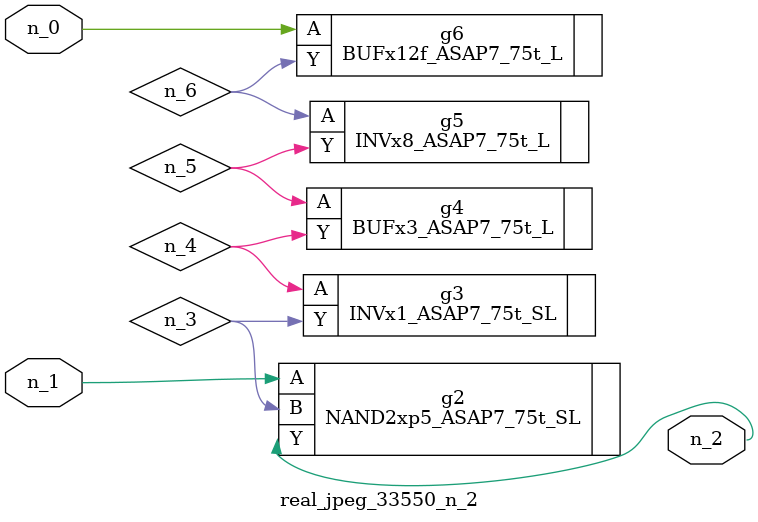
<source format=v>
module real_jpeg_33550_n_2 (n_1, n_0, n_2);

input n_1;
input n_0;

output n_2;

wire n_5;
wire n_4;
wire n_6;
wire n_3;

BUFx12f_ASAP7_75t_L g6 ( 
.A(n_0),
.Y(n_6)
);

NAND2xp5_ASAP7_75t_SL g2 ( 
.A(n_1),
.B(n_3),
.Y(n_2)
);

INVx1_ASAP7_75t_SL g3 ( 
.A(n_4),
.Y(n_3)
);

BUFx3_ASAP7_75t_L g4 ( 
.A(n_5),
.Y(n_4)
);

INVx8_ASAP7_75t_L g5 ( 
.A(n_6),
.Y(n_5)
);


endmodule
</source>
